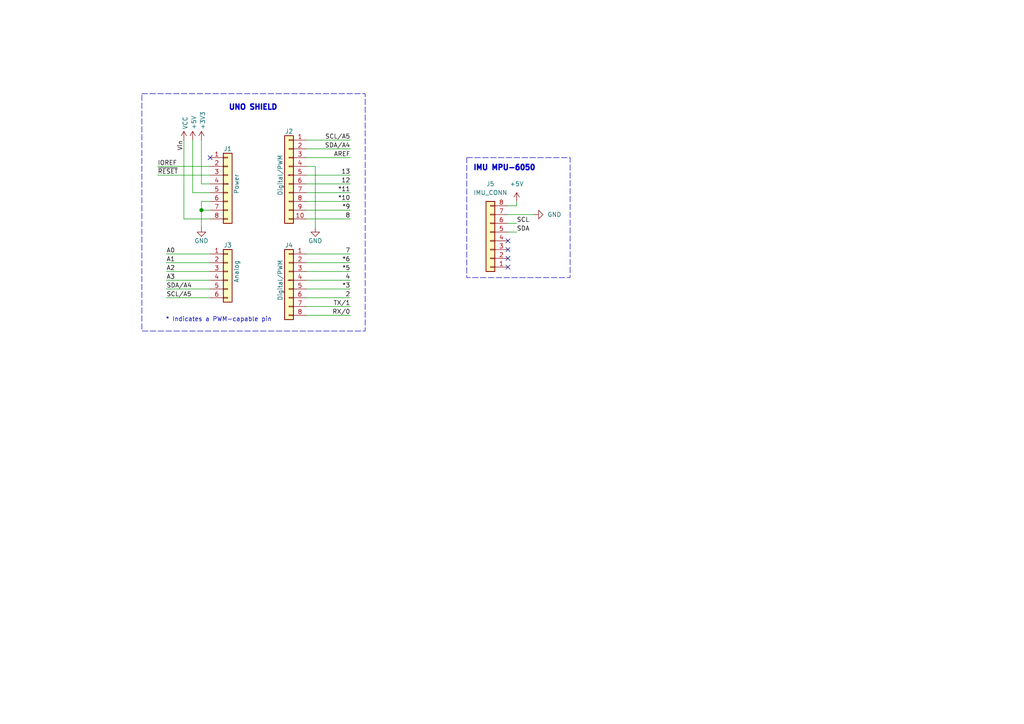
<source format=kicad_sch>
(kicad_sch
	(version 20250114)
	(generator "eeschema")
	(generator_version "9.0")
	(uuid "e63e39d7-6ac0-4ffd-8aa3-1841a4541b55")
	(paper "A4")
	(title_block
		(title "Uno Shield DSP")
		(date "2026-01-26")
		(rev "Version 1.0")
		(company "Goncalo Martins")
	)
	(lib_symbols
		(symbol "Connector_Generic:Conn_01x06"
			(pin_names
				(offset 1.016)
				(hide yes)
			)
			(exclude_from_sim no)
			(in_bom yes)
			(on_board yes)
			(property "Reference" "J"
				(at 0 7.62 0)
				(effects
					(font
						(size 1.27 1.27)
					)
				)
			)
			(property "Value" "Conn_01x06"
				(at 0 -10.16 0)
				(effects
					(font
						(size 1.27 1.27)
					)
				)
			)
			(property "Footprint" ""
				(at 0 0 0)
				(effects
					(font
						(size 1.27 1.27)
					)
					(hide yes)
				)
			)
			(property "Datasheet" "~"
				(at 0 0 0)
				(effects
					(font
						(size 1.27 1.27)
					)
					(hide yes)
				)
			)
			(property "Description" "Generic connector, single row, 01x06, script generated (kicad-library-utils/schlib/autogen/connector/)"
				(at 0 0 0)
				(effects
					(font
						(size 1.27 1.27)
					)
					(hide yes)
				)
			)
			(property "ki_keywords" "connector"
				(at 0 0 0)
				(effects
					(font
						(size 1.27 1.27)
					)
					(hide yes)
				)
			)
			(property "ki_fp_filters" "Connector*:*_1x??_*"
				(at 0 0 0)
				(effects
					(font
						(size 1.27 1.27)
					)
					(hide yes)
				)
			)
			(symbol "Conn_01x06_1_1"
				(rectangle
					(start -1.27 6.35)
					(end 1.27 -8.89)
					(stroke
						(width 0.254)
						(type default)
					)
					(fill
						(type background)
					)
				)
				(rectangle
					(start -1.27 5.207)
					(end 0 4.953)
					(stroke
						(width 0.1524)
						(type default)
					)
					(fill
						(type none)
					)
				)
				(rectangle
					(start -1.27 2.667)
					(end 0 2.413)
					(stroke
						(width 0.1524)
						(type default)
					)
					(fill
						(type none)
					)
				)
				(rectangle
					(start -1.27 0.127)
					(end 0 -0.127)
					(stroke
						(width 0.1524)
						(type default)
					)
					(fill
						(type none)
					)
				)
				(rectangle
					(start -1.27 -2.413)
					(end 0 -2.667)
					(stroke
						(width 0.1524)
						(type default)
					)
					(fill
						(type none)
					)
				)
				(rectangle
					(start -1.27 -4.953)
					(end 0 -5.207)
					(stroke
						(width 0.1524)
						(type default)
					)
					(fill
						(type none)
					)
				)
				(rectangle
					(start -1.27 -7.493)
					(end 0 -7.747)
					(stroke
						(width 0.1524)
						(type default)
					)
					(fill
						(type none)
					)
				)
				(pin passive line
					(at -5.08 5.08 0)
					(length 3.81)
					(name "Pin_1"
						(effects
							(font
								(size 1.27 1.27)
							)
						)
					)
					(number "1"
						(effects
							(font
								(size 1.27 1.27)
							)
						)
					)
				)
				(pin passive line
					(at -5.08 2.54 0)
					(length 3.81)
					(name "Pin_2"
						(effects
							(font
								(size 1.27 1.27)
							)
						)
					)
					(number "2"
						(effects
							(font
								(size 1.27 1.27)
							)
						)
					)
				)
				(pin passive line
					(at -5.08 0 0)
					(length 3.81)
					(name "Pin_3"
						(effects
							(font
								(size 1.27 1.27)
							)
						)
					)
					(number "3"
						(effects
							(font
								(size 1.27 1.27)
							)
						)
					)
				)
				(pin passive line
					(at -5.08 -2.54 0)
					(length 3.81)
					(name "Pin_4"
						(effects
							(font
								(size 1.27 1.27)
							)
						)
					)
					(number "4"
						(effects
							(font
								(size 1.27 1.27)
							)
						)
					)
				)
				(pin passive line
					(at -5.08 -5.08 0)
					(length 3.81)
					(name "Pin_5"
						(effects
							(font
								(size 1.27 1.27)
							)
						)
					)
					(number "5"
						(effects
							(font
								(size 1.27 1.27)
							)
						)
					)
				)
				(pin passive line
					(at -5.08 -7.62 0)
					(length 3.81)
					(name "Pin_6"
						(effects
							(font
								(size 1.27 1.27)
							)
						)
					)
					(number "6"
						(effects
							(font
								(size 1.27 1.27)
							)
						)
					)
				)
			)
			(embedded_fonts no)
		)
		(symbol "Connector_Generic:Conn_01x08"
			(pin_names
				(offset 1.016)
				(hide yes)
			)
			(exclude_from_sim no)
			(in_bom yes)
			(on_board yes)
			(property "Reference" "J"
				(at 0 10.16 0)
				(effects
					(font
						(size 1.27 1.27)
					)
				)
			)
			(property "Value" "Conn_01x08"
				(at 0 -12.7 0)
				(effects
					(font
						(size 1.27 1.27)
					)
				)
			)
			(property "Footprint" ""
				(at 0 0 0)
				(effects
					(font
						(size 1.27 1.27)
					)
					(hide yes)
				)
			)
			(property "Datasheet" "~"
				(at 0 0 0)
				(effects
					(font
						(size 1.27 1.27)
					)
					(hide yes)
				)
			)
			(property "Description" "Generic connector, single row, 01x08, script generated (kicad-library-utils/schlib/autogen/connector/)"
				(at 0 0 0)
				(effects
					(font
						(size 1.27 1.27)
					)
					(hide yes)
				)
			)
			(property "ki_keywords" "connector"
				(at 0 0 0)
				(effects
					(font
						(size 1.27 1.27)
					)
					(hide yes)
				)
			)
			(property "ki_fp_filters" "Connector*:*_1x??_*"
				(at 0 0 0)
				(effects
					(font
						(size 1.27 1.27)
					)
					(hide yes)
				)
			)
			(symbol "Conn_01x08_1_1"
				(rectangle
					(start -1.27 8.89)
					(end 1.27 -11.43)
					(stroke
						(width 0.254)
						(type default)
					)
					(fill
						(type background)
					)
				)
				(rectangle
					(start -1.27 7.747)
					(end 0 7.493)
					(stroke
						(width 0.1524)
						(type default)
					)
					(fill
						(type none)
					)
				)
				(rectangle
					(start -1.27 5.207)
					(end 0 4.953)
					(stroke
						(width 0.1524)
						(type default)
					)
					(fill
						(type none)
					)
				)
				(rectangle
					(start -1.27 2.667)
					(end 0 2.413)
					(stroke
						(width 0.1524)
						(type default)
					)
					(fill
						(type none)
					)
				)
				(rectangle
					(start -1.27 0.127)
					(end 0 -0.127)
					(stroke
						(width 0.1524)
						(type default)
					)
					(fill
						(type none)
					)
				)
				(rectangle
					(start -1.27 -2.413)
					(end 0 -2.667)
					(stroke
						(width 0.1524)
						(type default)
					)
					(fill
						(type none)
					)
				)
				(rectangle
					(start -1.27 -4.953)
					(end 0 -5.207)
					(stroke
						(width 0.1524)
						(type default)
					)
					(fill
						(type none)
					)
				)
				(rectangle
					(start -1.27 -7.493)
					(end 0 -7.747)
					(stroke
						(width 0.1524)
						(type default)
					)
					(fill
						(type none)
					)
				)
				(rectangle
					(start -1.27 -10.033)
					(end 0 -10.287)
					(stroke
						(width 0.1524)
						(type default)
					)
					(fill
						(type none)
					)
				)
				(pin passive line
					(at -5.08 7.62 0)
					(length 3.81)
					(name "Pin_1"
						(effects
							(font
								(size 1.27 1.27)
							)
						)
					)
					(number "1"
						(effects
							(font
								(size 1.27 1.27)
							)
						)
					)
				)
				(pin passive line
					(at -5.08 5.08 0)
					(length 3.81)
					(name "Pin_2"
						(effects
							(font
								(size 1.27 1.27)
							)
						)
					)
					(number "2"
						(effects
							(font
								(size 1.27 1.27)
							)
						)
					)
				)
				(pin passive line
					(at -5.08 2.54 0)
					(length 3.81)
					(name "Pin_3"
						(effects
							(font
								(size 1.27 1.27)
							)
						)
					)
					(number "3"
						(effects
							(font
								(size 1.27 1.27)
							)
						)
					)
				)
				(pin passive line
					(at -5.08 0 0)
					(length 3.81)
					(name "Pin_4"
						(effects
							(font
								(size 1.27 1.27)
							)
						)
					)
					(number "4"
						(effects
							(font
								(size 1.27 1.27)
							)
						)
					)
				)
				(pin passive line
					(at -5.08 -2.54 0)
					(length 3.81)
					(name "Pin_5"
						(effects
							(font
								(size 1.27 1.27)
							)
						)
					)
					(number "5"
						(effects
							(font
								(size 1.27 1.27)
							)
						)
					)
				)
				(pin passive line
					(at -5.08 -5.08 0)
					(length 3.81)
					(name "Pin_6"
						(effects
							(font
								(size 1.27 1.27)
							)
						)
					)
					(number "6"
						(effects
							(font
								(size 1.27 1.27)
							)
						)
					)
				)
				(pin passive line
					(at -5.08 -7.62 0)
					(length 3.81)
					(name "Pin_7"
						(effects
							(font
								(size 1.27 1.27)
							)
						)
					)
					(number "7"
						(effects
							(font
								(size 1.27 1.27)
							)
						)
					)
				)
				(pin passive line
					(at -5.08 -10.16 0)
					(length 3.81)
					(name "Pin_8"
						(effects
							(font
								(size 1.27 1.27)
							)
						)
					)
					(number "8"
						(effects
							(font
								(size 1.27 1.27)
							)
						)
					)
				)
			)
			(embedded_fonts no)
		)
		(symbol "Connector_Generic:Conn_01x10"
			(pin_names
				(offset 1.016)
				(hide yes)
			)
			(exclude_from_sim no)
			(in_bom yes)
			(on_board yes)
			(property "Reference" "J"
				(at 0 12.7 0)
				(effects
					(font
						(size 1.27 1.27)
					)
				)
			)
			(property "Value" "Conn_01x10"
				(at 0 -15.24 0)
				(effects
					(font
						(size 1.27 1.27)
					)
				)
			)
			(property "Footprint" ""
				(at 0 0 0)
				(effects
					(font
						(size 1.27 1.27)
					)
					(hide yes)
				)
			)
			(property "Datasheet" "~"
				(at 0 0 0)
				(effects
					(font
						(size 1.27 1.27)
					)
					(hide yes)
				)
			)
			(property "Description" "Generic connector, single row, 01x10, script generated (kicad-library-utils/schlib/autogen/connector/)"
				(at 0 0 0)
				(effects
					(font
						(size 1.27 1.27)
					)
					(hide yes)
				)
			)
			(property "ki_keywords" "connector"
				(at 0 0 0)
				(effects
					(font
						(size 1.27 1.27)
					)
					(hide yes)
				)
			)
			(property "ki_fp_filters" "Connector*:*_1x??_*"
				(at 0 0 0)
				(effects
					(font
						(size 1.27 1.27)
					)
					(hide yes)
				)
			)
			(symbol "Conn_01x10_1_1"
				(rectangle
					(start -1.27 11.43)
					(end 1.27 -13.97)
					(stroke
						(width 0.254)
						(type default)
					)
					(fill
						(type background)
					)
				)
				(rectangle
					(start -1.27 10.287)
					(end 0 10.033)
					(stroke
						(width 0.1524)
						(type default)
					)
					(fill
						(type none)
					)
				)
				(rectangle
					(start -1.27 7.747)
					(end 0 7.493)
					(stroke
						(width 0.1524)
						(type default)
					)
					(fill
						(type none)
					)
				)
				(rectangle
					(start -1.27 5.207)
					(end 0 4.953)
					(stroke
						(width 0.1524)
						(type default)
					)
					(fill
						(type none)
					)
				)
				(rectangle
					(start -1.27 2.667)
					(end 0 2.413)
					(stroke
						(width 0.1524)
						(type default)
					)
					(fill
						(type none)
					)
				)
				(rectangle
					(start -1.27 0.127)
					(end 0 -0.127)
					(stroke
						(width 0.1524)
						(type default)
					)
					(fill
						(type none)
					)
				)
				(rectangle
					(start -1.27 -2.413)
					(end 0 -2.667)
					(stroke
						(width 0.1524)
						(type default)
					)
					(fill
						(type none)
					)
				)
				(rectangle
					(start -1.27 -4.953)
					(end 0 -5.207)
					(stroke
						(width 0.1524)
						(type default)
					)
					(fill
						(type none)
					)
				)
				(rectangle
					(start -1.27 -7.493)
					(end 0 -7.747)
					(stroke
						(width 0.1524)
						(type default)
					)
					(fill
						(type none)
					)
				)
				(rectangle
					(start -1.27 -10.033)
					(end 0 -10.287)
					(stroke
						(width 0.1524)
						(type default)
					)
					(fill
						(type none)
					)
				)
				(rectangle
					(start -1.27 -12.573)
					(end 0 -12.827)
					(stroke
						(width 0.1524)
						(type default)
					)
					(fill
						(type none)
					)
				)
				(pin passive line
					(at -5.08 10.16 0)
					(length 3.81)
					(name "Pin_1"
						(effects
							(font
								(size 1.27 1.27)
							)
						)
					)
					(number "1"
						(effects
							(font
								(size 1.27 1.27)
							)
						)
					)
				)
				(pin passive line
					(at -5.08 7.62 0)
					(length 3.81)
					(name "Pin_2"
						(effects
							(font
								(size 1.27 1.27)
							)
						)
					)
					(number "2"
						(effects
							(font
								(size 1.27 1.27)
							)
						)
					)
				)
				(pin passive line
					(at -5.08 5.08 0)
					(length 3.81)
					(name "Pin_3"
						(effects
							(font
								(size 1.27 1.27)
							)
						)
					)
					(number "3"
						(effects
							(font
								(size 1.27 1.27)
							)
						)
					)
				)
				(pin passive line
					(at -5.08 2.54 0)
					(length 3.81)
					(name "Pin_4"
						(effects
							(font
								(size 1.27 1.27)
							)
						)
					)
					(number "4"
						(effects
							(font
								(size 1.27 1.27)
							)
						)
					)
				)
				(pin passive line
					(at -5.08 0 0)
					(length 3.81)
					(name "Pin_5"
						(effects
							(font
								(size 1.27 1.27)
							)
						)
					)
					(number "5"
						(effects
							(font
								(size 1.27 1.27)
							)
						)
					)
				)
				(pin passive line
					(at -5.08 -2.54 0)
					(length 3.81)
					(name "Pin_6"
						(effects
							(font
								(size 1.27 1.27)
							)
						)
					)
					(number "6"
						(effects
							(font
								(size 1.27 1.27)
							)
						)
					)
				)
				(pin passive line
					(at -5.08 -5.08 0)
					(length 3.81)
					(name "Pin_7"
						(effects
							(font
								(size 1.27 1.27)
							)
						)
					)
					(number "7"
						(effects
							(font
								(size 1.27 1.27)
							)
						)
					)
				)
				(pin passive line
					(at -5.08 -7.62 0)
					(length 3.81)
					(name "Pin_8"
						(effects
							(font
								(size 1.27 1.27)
							)
						)
					)
					(number "8"
						(effects
							(font
								(size 1.27 1.27)
							)
						)
					)
				)
				(pin passive line
					(at -5.08 -10.16 0)
					(length 3.81)
					(name "Pin_9"
						(effects
							(font
								(size 1.27 1.27)
							)
						)
					)
					(number "9"
						(effects
							(font
								(size 1.27 1.27)
							)
						)
					)
				)
				(pin passive line
					(at -5.08 -12.7 0)
					(length 3.81)
					(name "Pin_10"
						(effects
							(font
								(size 1.27 1.27)
							)
						)
					)
					(number "10"
						(effects
							(font
								(size 1.27 1.27)
							)
						)
					)
				)
			)
			(embedded_fonts no)
		)
		(symbol "power:+3V3"
			(power)
			(pin_numbers
				(hide yes)
			)
			(pin_names
				(offset 0)
				(hide yes)
			)
			(exclude_from_sim no)
			(in_bom yes)
			(on_board yes)
			(property "Reference" "#PWR"
				(at 0 -3.81 0)
				(effects
					(font
						(size 1.27 1.27)
					)
					(hide yes)
				)
			)
			(property "Value" "+3V3"
				(at 0 3.556 0)
				(effects
					(font
						(size 1.27 1.27)
					)
				)
			)
			(property "Footprint" ""
				(at 0 0 0)
				(effects
					(font
						(size 1.27 1.27)
					)
					(hide yes)
				)
			)
			(property "Datasheet" ""
				(at 0 0 0)
				(effects
					(font
						(size 1.27 1.27)
					)
					(hide yes)
				)
			)
			(property "Description" "Power symbol creates a global label with name \"+3V3\""
				(at 0 0 0)
				(effects
					(font
						(size 1.27 1.27)
					)
					(hide yes)
				)
			)
			(property "ki_keywords" "global power"
				(at 0 0 0)
				(effects
					(font
						(size 1.27 1.27)
					)
					(hide yes)
				)
			)
			(symbol "+3V3_0_1"
				(polyline
					(pts
						(xy -0.762 1.27) (xy 0 2.54)
					)
					(stroke
						(width 0)
						(type default)
					)
					(fill
						(type none)
					)
				)
				(polyline
					(pts
						(xy 0 2.54) (xy 0.762 1.27)
					)
					(stroke
						(width 0)
						(type default)
					)
					(fill
						(type none)
					)
				)
				(polyline
					(pts
						(xy 0 0) (xy 0 2.54)
					)
					(stroke
						(width 0)
						(type default)
					)
					(fill
						(type none)
					)
				)
			)
			(symbol "+3V3_1_1"
				(pin power_in line
					(at 0 0 90)
					(length 0)
					(name "~"
						(effects
							(font
								(size 1.27 1.27)
							)
						)
					)
					(number "1"
						(effects
							(font
								(size 1.27 1.27)
							)
						)
					)
				)
			)
			(embedded_fonts no)
		)
		(symbol "power:+5V"
			(power)
			(pin_numbers
				(hide yes)
			)
			(pin_names
				(offset 0)
				(hide yes)
			)
			(exclude_from_sim no)
			(in_bom yes)
			(on_board yes)
			(property "Reference" "#PWR"
				(at 0 -3.81 0)
				(effects
					(font
						(size 1.27 1.27)
					)
					(hide yes)
				)
			)
			(property "Value" "+5V"
				(at 0 3.556 0)
				(effects
					(font
						(size 1.27 1.27)
					)
				)
			)
			(property "Footprint" ""
				(at 0 0 0)
				(effects
					(font
						(size 1.27 1.27)
					)
					(hide yes)
				)
			)
			(property "Datasheet" ""
				(at 0 0 0)
				(effects
					(font
						(size 1.27 1.27)
					)
					(hide yes)
				)
			)
			(property "Description" "Power symbol creates a global label with name \"+5V\""
				(at 0 0 0)
				(effects
					(font
						(size 1.27 1.27)
					)
					(hide yes)
				)
			)
			(property "ki_keywords" "global power"
				(at 0 0 0)
				(effects
					(font
						(size 1.27 1.27)
					)
					(hide yes)
				)
			)
			(symbol "+5V_0_1"
				(polyline
					(pts
						(xy -0.762 1.27) (xy 0 2.54)
					)
					(stroke
						(width 0)
						(type default)
					)
					(fill
						(type none)
					)
				)
				(polyline
					(pts
						(xy 0 2.54) (xy 0.762 1.27)
					)
					(stroke
						(width 0)
						(type default)
					)
					(fill
						(type none)
					)
				)
				(polyline
					(pts
						(xy 0 0) (xy 0 2.54)
					)
					(stroke
						(width 0)
						(type default)
					)
					(fill
						(type none)
					)
				)
			)
			(symbol "+5V_1_1"
				(pin power_in line
					(at 0 0 90)
					(length 0)
					(name "~"
						(effects
							(font
								(size 1.27 1.27)
							)
						)
					)
					(number "1"
						(effects
							(font
								(size 1.27 1.27)
							)
						)
					)
				)
			)
			(embedded_fonts no)
		)
		(symbol "power:GND"
			(power)
			(pin_numbers
				(hide yes)
			)
			(pin_names
				(offset 0)
				(hide yes)
			)
			(exclude_from_sim no)
			(in_bom yes)
			(on_board yes)
			(property "Reference" "#PWR"
				(at 0 -6.35 0)
				(effects
					(font
						(size 1.27 1.27)
					)
					(hide yes)
				)
			)
			(property "Value" "GND"
				(at 0 -3.81 0)
				(effects
					(font
						(size 1.27 1.27)
					)
				)
			)
			(property "Footprint" ""
				(at 0 0 0)
				(effects
					(font
						(size 1.27 1.27)
					)
					(hide yes)
				)
			)
			(property "Datasheet" ""
				(at 0 0 0)
				(effects
					(font
						(size 1.27 1.27)
					)
					(hide yes)
				)
			)
			(property "Description" "Power symbol creates a global label with name \"GND\" , ground"
				(at 0 0 0)
				(effects
					(font
						(size 1.27 1.27)
					)
					(hide yes)
				)
			)
			(property "ki_keywords" "global power"
				(at 0 0 0)
				(effects
					(font
						(size 1.27 1.27)
					)
					(hide yes)
				)
			)
			(symbol "GND_0_1"
				(polyline
					(pts
						(xy 0 0) (xy 0 -1.27) (xy 1.27 -1.27) (xy 0 -2.54) (xy -1.27 -1.27) (xy 0 -1.27)
					)
					(stroke
						(width 0)
						(type default)
					)
					(fill
						(type none)
					)
				)
			)
			(symbol "GND_1_1"
				(pin power_in line
					(at 0 0 270)
					(length 0)
					(name "~"
						(effects
							(font
								(size 1.27 1.27)
							)
						)
					)
					(number "1"
						(effects
							(font
								(size 1.27 1.27)
							)
						)
					)
				)
			)
			(embedded_fonts no)
		)
		(symbol "power:VCC"
			(power)
			(pin_numbers
				(hide yes)
			)
			(pin_names
				(offset 0)
				(hide yes)
			)
			(exclude_from_sim no)
			(in_bom yes)
			(on_board yes)
			(property "Reference" "#PWR"
				(at 0 -3.81 0)
				(effects
					(font
						(size 1.27 1.27)
					)
					(hide yes)
				)
			)
			(property "Value" "VCC"
				(at 0 3.556 0)
				(effects
					(font
						(size 1.27 1.27)
					)
				)
			)
			(property "Footprint" ""
				(at 0 0 0)
				(effects
					(font
						(size 1.27 1.27)
					)
					(hide yes)
				)
			)
			(property "Datasheet" ""
				(at 0 0 0)
				(effects
					(font
						(size 1.27 1.27)
					)
					(hide yes)
				)
			)
			(property "Description" "Power symbol creates a global label with name \"VCC\""
				(at 0 0 0)
				(effects
					(font
						(size 1.27 1.27)
					)
					(hide yes)
				)
			)
			(property "ki_keywords" "global power"
				(at 0 0 0)
				(effects
					(font
						(size 1.27 1.27)
					)
					(hide yes)
				)
			)
			(symbol "VCC_0_1"
				(polyline
					(pts
						(xy -0.762 1.27) (xy 0 2.54)
					)
					(stroke
						(width 0)
						(type default)
					)
					(fill
						(type none)
					)
				)
				(polyline
					(pts
						(xy 0 2.54) (xy 0.762 1.27)
					)
					(stroke
						(width 0)
						(type default)
					)
					(fill
						(type none)
					)
				)
				(polyline
					(pts
						(xy 0 0) (xy 0 2.54)
					)
					(stroke
						(width 0)
						(type default)
					)
					(fill
						(type none)
					)
				)
			)
			(symbol "VCC_1_1"
				(pin power_in line
					(at 0 0 90)
					(length 0)
					(name "~"
						(effects
							(font
								(size 1.27 1.27)
							)
						)
					)
					(number "1"
						(effects
							(font
								(size 1.27 1.27)
							)
						)
					)
				)
			)
			(embedded_fonts no)
		)
	)
	(rectangle
		(start 41.148 27.178)
		(end 105.918 96.012)
		(stroke
			(width 0)
			(type dash)
		)
		(fill
			(type none)
		)
		(uuid 5d7a698b-7fd8-4a7c-901c-68dc5b8cb67e)
	)
	(rectangle
		(start 135.382 45.72)
		(end 165.354 80.518)
		(stroke
			(width 0)
			(type dash)
		)
		(fill
			(type none)
		)
		(uuid 8ac7185d-4bf4-4031-8626-3b3e6d3b8c74)
	)
	(text "IMU MPU-6050"
		(exclude_from_sim no)
		(at 146.304 48.768 0)
		(effects
			(font
				(size 1.524 1.524)
				(thickness 0.4064)
				(bold yes)
			)
		)
		(uuid "355a325c-83f1-4090-b555-96e2abbd63da")
	)
	(text "* Indicates a PWM-capable pin"
		(exclude_from_sim no)
		(at 48.006 93.472 0)
		(effects
			(font
				(size 1.27 1.27)
			)
			(justify left bottom)
		)
		(uuid "c364973a-9a67-4667-8185-a3a5c6c6cbdf")
	)
	(text "UNO SHIELD"
		(exclude_from_sim no)
		(at 73.406 31.242 0)
		(effects
			(font
				(size 1.524 1.524)
				(thickness 0.4064)
				(bold yes)
			)
		)
		(uuid "fa52b0f8-da1a-413f-94b0-f3999ae9d8ec")
	)
	(junction
		(at 58.42 60.96)
		(diameter 1.016)
		(color 0 0 0 0)
		(uuid "3dcc657b-55a1-48e0-9667-e01e7b6b08b5")
	)
	(no_connect
		(at 147.32 69.85)
		(uuid "2ad7e4ee-d60a-4008-a2dc-2bd584271758")
	)
	(no_connect
		(at 147.32 72.39)
		(uuid "9290c5cb-9cee-42e8-bf09-ba0617ad59d6")
	)
	(no_connect
		(at 147.32 77.47)
		(uuid "9462f54d-7297-4a90-a699-53b2f82d010e")
	)
	(no_connect
		(at 147.32 74.93)
		(uuid "cfa3de58-6186-4b81-8847-783c1eff3654")
	)
	(no_connect
		(at 60.96 45.72)
		(uuid "d181157c-7812-47e5-a0cf-9580c905fc86")
	)
	(wire
		(pts
			(xy 88.9 91.44) (xy 101.6 91.44)
		)
		(stroke
			(width 0)
			(type solid)
		)
		(uuid "010ba307-2067-49d3-b0fa-6414143f3fc2")
	)
	(wire
		(pts
			(xy 149.86 59.69) (xy 147.32 59.69)
		)
		(stroke
			(width 0)
			(type default)
		)
		(uuid "02e23138-1da4-475c-9d51-72a8f9989bf3")
	)
	(wire
		(pts
			(xy 88.9 58.42) (xy 101.6 58.42)
		)
		(stroke
			(width 0)
			(type solid)
		)
		(uuid "09480ba4-37da-45e3-b9fe-6beebf876349")
	)
	(wire
		(pts
			(xy 88.9 40.64) (xy 101.6 40.64)
		)
		(stroke
			(width 0)
			(type solid)
		)
		(uuid "0f5d2189-4ead-42fa-8f7a-cfa3af4de132")
	)
	(wire
		(pts
			(xy 58.42 58.42) (xy 58.42 60.96)
		)
		(stroke
			(width 0)
			(type solid)
		)
		(uuid "1c31b835-925f-4a5c-92df-8f2558bb711b")
	)
	(wire
		(pts
			(xy 48.26 86.36) (xy 60.96 86.36)
		)
		(stroke
			(width 0)
			(type solid)
		)
		(uuid "20854542-d0b0-4be7-af02-0e5fceb34e01")
	)
	(wire
		(pts
			(xy 149.86 58.42) (xy 149.86 59.69)
		)
		(stroke
			(width 0)
			(type default)
		)
		(uuid "2d236ca3-540b-4e14-9a20-03a2c68db0c4")
	)
	(wire
		(pts
			(xy 58.42 60.96) (xy 58.42 66.04)
		)
		(stroke
			(width 0)
			(type solid)
		)
		(uuid "2df788b2-ce68-49bc-a497-4b6570a17f30")
	)
	(wire
		(pts
			(xy 58.42 53.34) (xy 60.96 53.34)
		)
		(stroke
			(width 0)
			(type solid)
		)
		(uuid "3334b11d-5a13-40b4-a117-d693c543e4ab")
	)
	(wire
		(pts
			(xy 55.88 55.88) (xy 60.96 55.88)
		)
		(stroke
			(width 0)
			(type solid)
		)
		(uuid "3661f80c-fef8-4441-83be-df8930b3b45e")
	)
	(wire
		(pts
			(xy 55.88 40.64) (xy 55.88 55.88)
		)
		(stroke
			(width 0)
			(type solid)
		)
		(uuid "392bf1f6-bf67-427d-8d4c-0a87cb757556")
	)
	(wire
		(pts
			(xy 88.9 50.8) (xy 101.6 50.8)
		)
		(stroke
			(width 0)
			(type solid)
		)
		(uuid "4227fa6f-c399-4f14-8228-23e39d2b7e7d")
	)
	(wire
		(pts
			(xy 58.42 40.64) (xy 58.42 53.34)
		)
		(stroke
			(width 0)
			(type solid)
		)
		(uuid "442fb4de-4d55-45de-bc27-3e6222ceb890")
	)
	(wire
		(pts
			(xy 88.9 73.66) (xy 101.6 73.66)
		)
		(stroke
			(width 0)
			(type solid)
		)
		(uuid "4455ee2e-5642-42c1-a83b-f7e65fa0c2f1")
	)
	(wire
		(pts
			(xy 60.96 73.66) (xy 48.26 73.66)
		)
		(stroke
			(width 0)
			(type solid)
		)
		(uuid "486ca832-85f4-4989-b0f4-569faf9be534")
	)
	(wire
		(pts
			(xy 88.9 53.34) (xy 101.6 53.34)
		)
		(stroke
			(width 0)
			(type solid)
		)
		(uuid "4a910b57-a5cd-4105-ab4f-bde2a80d4f00")
	)
	(wire
		(pts
			(xy 88.9 76.2) (xy 101.6 76.2)
		)
		(stroke
			(width 0)
			(type solid)
		)
		(uuid "4e60e1af-19bd-45a0-b418-b7030b594dde")
	)
	(wire
		(pts
			(xy 88.9 60.96) (xy 101.6 60.96)
		)
		(stroke
			(width 0)
			(type solid)
		)
		(uuid "63f2b71b-521b-4210-bf06-ed65e330fccc")
	)
	(wire
		(pts
			(xy 88.9 81.28) (xy 101.6 81.28)
		)
		(stroke
			(width 0)
			(type solid)
		)
		(uuid "6bb3ea5f-9e60-4add-9d97-244be2cf61d2")
	)
	(wire
		(pts
			(xy 45.72 48.26) (xy 60.96 48.26)
		)
		(stroke
			(width 0)
			(type solid)
		)
		(uuid "73d4774c-1387-4550-b580-a1cc0ac89b89")
	)
	(wire
		(pts
			(xy 147.32 62.23) (xy 154.94 62.23)
		)
		(stroke
			(width 0)
			(type default)
		)
		(uuid "84786b34-f784-42f3-9187-96d62fb22b7f")
	)
	(wire
		(pts
			(xy 91.44 48.26) (xy 91.44 66.04)
		)
		(stroke
			(width 0)
			(type solid)
		)
		(uuid "84ce350c-b0c1-4e69-9ab2-f7ec7b8bb312")
	)
	(wire
		(pts
			(xy 88.9 45.72) (xy 101.6 45.72)
		)
		(stroke
			(width 0)
			(type solid)
		)
		(uuid "8a3d35a2-f0f6-4dec-a606-7c8e288ca828")
	)
	(wire
		(pts
			(xy 60.96 78.74) (xy 48.26 78.74)
		)
		(stroke
			(width 0)
			(type solid)
		)
		(uuid "9377eb1a-3b12-438c-8ebd-f86ace1e8d25")
	)
	(wire
		(pts
			(xy 45.72 50.8) (xy 60.96 50.8)
		)
		(stroke
			(width 0)
			(type solid)
		)
		(uuid "93e52853-9d1e-4afe-aee8-b825ab9f5d09")
	)
	(wire
		(pts
			(xy 60.96 60.96) (xy 58.42 60.96)
		)
		(stroke
			(width 0)
			(type solid)
		)
		(uuid "97df9ac9-dbb8-472e-b84f-3684d0eb5efc")
	)
	(wire
		(pts
			(xy 60.96 63.5) (xy 53.34 63.5)
		)
		(stroke
			(width 0)
			(type solid)
		)
		(uuid "a7518f9d-05df-4211-ba17-5d615f04ec46")
	)
	(wire
		(pts
			(xy 48.26 76.2) (xy 60.96 76.2)
		)
		(stroke
			(width 0)
			(type solid)
		)
		(uuid "aab97e46-23d6-4cbf-8684-537b94306d68")
	)
	(wire
		(pts
			(xy 88.9 48.26) (xy 91.44 48.26)
		)
		(stroke
			(width 0)
			(type solid)
		)
		(uuid "bcbc7302-8a54-4b9b-98b9-f277f1b20941")
	)
	(wire
		(pts
			(xy 60.96 58.42) (xy 58.42 58.42)
		)
		(stroke
			(width 0)
			(type solid)
		)
		(uuid "c12796ad-cf20-466f-9ab3-9cf441392c32")
	)
	(wire
		(pts
			(xy 88.9 55.88) (xy 101.6 55.88)
		)
		(stroke
			(width 0)
			(type solid)
		)
		(uuid "c722a1ff-12f1-49e5-88a4-44ffeb509ca2")
	)
	(wire
		(pts
			(xy 88.9 78.74) (xy 101.6 78.74)
		)
		(stroke
			(width 0)
			(type solid)
		)
		(uuid "cfe99980-2d98-4372-b495-04c53027340b")
	)
	(wire
		(pts
			(xy 48.26 81.28) (xy 60.96 81.28)
		)
		(stroke
			(width 0)
			(type solid)
		)
		(uuid "d3042136-2605-44b2-aebb-5484a9c90933")
	)
	(wire
		(pts
			(xy 88.9 43.18) (xy 101.6 43.18)
		)
		(stroke
			(width 0)
			(type solid)
		)
		(uuid "e7278977-132b-4777-9eb4-7d93363a4379")
	)
	(wire
		(pts
			(xy 88.9 86.36) (xy 101.6 86.36)
		)
		(stroke
			(width 0)
			(type solid)
		)
		(uuid "e9bdd59b-3252-4c44-a357-6fa1af0c210c")
	)
	(wire
		(pts
			(xy 88.9 83.82) (xy 101.6 83.82)
		)
		(stroke
			(width 0)
			(type solid)
		)
		(uuid "ec76dcc9-9949-4dda-bd76-046204829cb4")
	)
	(wire
		(pts
			(xy 147.32 67.31) (xy 149.86 67.31)
		)
		(stroke
			(width 0)
			(type default)
		)
		(uuid "efa5470c-853b-4abd-bb0a-2856aa4f18c4")
	)
	(wire
		(pts
			(xy 147.32 64.77) (xy 149.86 64.77)
		)
		(stroke
			(width 0)
			(type default)
		)
		(uuid "f2285590-e7be-4a70-95e2-5fc289963a63")
	)
	(wire
		(pts
			(xy 88.9 88.9) (xy 101.6 88.9)
		)
		(stroke
			(width 0)
			(type solid)
		)
		(uuid "f853d1d4-c722-44df-98bf-4a6114204628")
	)
	(wire
		(pts
			(xy 53.34 63.5) (xy 53.34 40.64)
		)
		(stroke
			(width 0)
			(type solid)
		)
		(uuid "f8de70cd-e47d-4e80-8f3a-077e9df93aa8")
	)
	(wire
		(pts
			(xy 60.96 83.82) (xy 48.26 83.82)
		)
		(stroke
			(width 0)
			(type solid)
		)
		(uuid "fc39c32d-65b8-4d16-9db5-de89c54a1206")
	)
	(wire
		(pts
			(xy 88.9 63.5) (xy 101.6 63.5)
		)
		(stroke
			(width 0)
			(type solid)
		)
		(uuid "fe837306-92d0-4847-ad21-76c47ae932d1")
	)
	(label "RX{slash}0"
		(at 101.6 91.44 180)
		(effects
			(font
				(size 1.27 1.27)
			)
			(justify right bottom)
		)
		(uuid "01ea9310-cf66-436b-9b89-1a2f4237b59e")
	)
	(label "A2"
		(at 48.26 78.74 0)
		(effects
			(font
				(size 1.27 1.27)
			)
			(justify left bottom)
		)
		(uuid "09251fd4-af37-4d86-8951-1faaac710ffa")
	)
	(label "4"
		(at 101.6 81.28 180)
		(effects
			(font
				(size 1.27 1.27)
			)
			(justify right bottom)
		)
		(uuid "0d8cfe6d-11bf-42b9-9752-f9a5a76bce7e")
	)
	(label "SDA"
		(at 149.86 67.31 0)
		(effects
			(font
				(size 1.27 1.27)
			)
			(justify left bottom)
		)
		(uuid "0e1792e1-cf3d-4353-bf6f-525b2435e879")
	)
	(label "2"
		(at 101.6 86.36 180)
		(effects
			(font
				(size 1.27 1.27)
			)
			(justify right bottom)
		)
		(uuid "23f0c933-49f0-4410-a8db-8b017f48dadc")
	)
	(label "SCL"
		(at 149.86 64.77 0)
		(effects
			(font
				(size 1.27 1.27)
			)
			(justify left bottom)
		)
		(uuid "27ab5693-bd08-4bea-9837-18bb9a383bfb")
	)
	(label "A3"
		(at 48.26 81.28 0)
		(effects
			(font
				(size 1.27 1.27)
			)
			(justify left bottom)
		)
		(uuid "2c60ab74-0590-423b-8921-6f3212a358d2")
	)
	(label "13"
		(at 101.6 50.8 180)
		(effects
			(font
				(size 1.27 1.27)
			)
			(justify right bottom)
		)
		(uuid "35bc5b35-b7b2-44d5-bbed-557f428649b2")
	)
	(label "12"
		(at 101.6 53.34 180)
		(effects
			(font
				(size 1.27 1.27)
			)
			(justify right bottom)
		)
		(uuid "3ffaa3b1-1d78-4c7b-bdf9-f1a8019c92fd")
	)
	(label "~{RESET}"
		(at 45.72 50.8 0)
		(effects
			(font
				(size 1.27 1.27)
			)
			(justify left bottom)
		)
		(uuid "49585dba-cfa7-4813-841e-9d900d43ecf4")
	)
	(label "*10"
		(at 101.6 58.42 180)
		(effects
			(font
				(size 1.27 1.27)
			)
			(justify right bottom)
		)
		(uuid "54be04e4-fffa-4f7f-8a5f-d0de81314e8f")
	)
	(label "7"
		(at 101.6 73.66 180)
		(effects
			(font
				(size 1.27 1.27)
			)
			(justify right bottom)
		)
		(uuid "873d2c88-519e-482f-a3ed-2484e5f9417e")
	)
	(label "SDA{slash}A4"
		(at 101.6 43.18 180)
		(effects
			(font
				(size 1.27 1.27)
			)
			(justify right bottom)
		)
		(uuid "8885a9dc-224d-44c5-8601-05c1d9983e09")
	)
	(label "8"
		(at 101.6 63.5 180)
		(effects
			(font
				(size 1.27 1.27)
			)
			(justify right bottom)
		)
		(uuid "89b0e564-e7aa-4224-80c9-3f0614fede8f")
	)
	(label "*11"
		(at 101.6 55.88 180)
		(effects
			(font
				(size 1.27 1.27)
			)
			(justify right bottom)
		)
		(uuid "9ad5a781-2469-4c8f-8abf-a1c3586f7cb7")
	)
	(label "*3"
		(at 101.6 83.82 180)
		(effects
			(font
				(size 1.27 1.27)
			)
			(justify right bottom)
		)
		(uuid "9cccf5f9-68a4-4e61-b418-6185dd6a5f9a")
	)
	(label "A1"
		(at 48.26 76.2 0)
		(effects
			(font
				(size 1.27 1.27)
			)
			(justify left bottom)
		)
		(uuid "acc9991b-1bdd-4544-9a08-4037937485cb")
	)
	(label "TX{slash}1"
		(at 101.6 88.9 180)
		(effects
			(font
				(size 1.27 1.27)
			)
			(justify right bottom)
		)
		(uuid "ae2c9582-b445-44bd-b371-7fc74f6cf852")
	)
	(label "A0"
		(at 48.26 73.66 0)
		(effects
			(font
				(size 1.27 1.27)
			)
			(justify left bottom)
		)
		(uuid "ba02dc27-26a3-4648-b0aa-06b6dcaf001f")
	)
	(label "AREF"
		(at 101.6 45.72 180)
		(effects
			(font
				(size 1.27 1.27)
			)
			(justify right bottom)
		)
		(uuid "bbf52cf8-6d97-4499-a9ee-3657cebcdabf")
	)
	(label "Vin"
		(at 53.34 40.64 270)
		(effects
			(font
				(size 1.27 1.27)
			)
			(justify right bottom)
		)
		(uuid "c348793d-eec0-4f33-9b91-2cae8b4224a4")
	)
	(label "*6"
		(at 101.6 76.2 180)
		(effects
			(font
				(size 1.27 1.27)
			)
			(justify right bottom)
		)
		(uuid "c775d4e8-c37b-4e73-90c1-1c8d36333aac")
	)
	(label "SCL{slash}A5"
		(at 101.6 40.64 180)
		(effects
			(font
				(size 1.27 1.27)
			)
			(justify right bottom)
		)
		(uuid "cba886fc-172a-42fe-8e4c-daace6eaef8e")
	)
	(label "*9"
		(at 101.6 60.96 180)
		(effects
			(font
				(size 1.27 1.27)
			)
			(justify right bottom)
		)
		(uuid "ccb58899-a82d-403c-b30b-ee351d622e9c")
	)
	(label "*5"
		(at 101.6 78.74 180)
		(effects
			(font
				(size 1.27 1.27)
			)
			(justify right bottom)
		)
		(uuid "d9a65242-9c26-45cd-9a55-3e69f0d77784")
	)
	(label "IOREF"
		(at 45.72 48.26 0)
		(effects
			(font
				(size 1.27 1.27)
			)
			(justify left bottom)
		)
		(uuid "de819ae4-b245-474b-a426-865ba877b8a2")
	)
	(label "SDA{slash}A4"
		(at 48.26 83.82 0)
		(effects
			(font
				(size 1.27 1.27)
			)
			(justify left bottom)
		)
		(uuid "e7ce99b8-ca22-4c56-9e55-39d32c709f3c")
	)
	(label "SCL{slash}A5"
		(at 48.26 86.36 0)
		(effects
			(font
				(size 1.27 1.27)
			)
			(justify left bottom)
		)
		(uuid "ea5aa60b-a25e-41a1-9e06-c7b6f957567f")
	)
	(symbol
		(lib_id "Connector_Generic:Conn_01x08")
		(at 66.04 53.34 0)
		(unit 1)
		(exclude_from_sim no)
		(in_bom yes)
		(on_board yes)
		(dnp no)
		(uuid "00000000-0000-0000-0000-000056d71773")
		(property "Reference" "J1"
			(at 66.04 43.18 0)
			(effects
				(font
					(size 1.27 1.27)
				)
			)
		)
		(property "Value" "Power"
			(at 68.58 53.34 90)
			(effects
				(font
					(size 1.27 1.27)
				)
			)
		)
		(property "Footprint" "Connector_PinSocket_2.54mm:PinSocket_1x08_P2.54mm_Vertical"
			(at 66.04 53.34 0)
			(effects
				(font
					(size 1.27 1.27)
				)
				(hide yes)
			)
		)
		(property "Datasheet" "~"
			(at 66.04 53.34 0)
			(effects
				(font
					(size 1.27 1.27)
				)
			)
		)
		(property "Description" "Generic connector, single row, 01x08, script generated (kicad-library-utils/schlib/autogen/connector/)"
			(at 66.04 53.34 0)
			(effects
				(font
					(size 1.27 1.27)
				)
				(hide yes)
			)
		)
		(pin "1"
			(uuid "d4c02b7e-3be7-4193-a989-fb40130f3319")
		)
		(pin "2"
			(uuid "1d9f20f8-8d42-4e3d-aece-4c12cc80d0d3")
		)
		(pin "3"
			(uuid "4801b550-c773-45a3-9bc6-15a3e9341f08")
		)
		(pin "4"
			(uuid "fbe5a73e-5be6-45ba-85f2-2891508cd936")
		)
		(pin "5"
			(uuid "8f0d2977-6611-4bfc-9a74-1791861e9159")
		)
		(pin "6"
			(uuid "270f30a7-c159-467b-ab5f-aee66a24a8c7")
		)
		(pin "7"
			(uuid "760eb2a5-8bbd-4298-88f0-2b1528e020ff")
		)
		(pin "8"
			(uuid "6a44a55c-6ae0-4d79-b4a1-52d3e48a7065")
		)
		(instances
			(project "Arduino_Uno"
				(path "/e63e39d7-6ac0-4ffd-8aa3-1841a4541b55"
					(reference "J1")
					(unit 1)
				)
			)
		)
	)
	(symbol
		(lib_id "power:+3V3")
		(at 58.42 40.64 0)
		(unit 1)
		(exclude_from_sim no)
		(in_bom yes)
		(on_board yes)
		(dnp no)
		(uuid "00000000-0000-0000-0000-000056d71aa9")
		(property "Reference" "#PWR03"
			(at 58.42 44.45 0)
			(effects
				(font
					(size 1.27 1.27)
				)
				(hide yes)
			)
		)
		(property "Value" "+3V3"
			(at 58.801 37.592 90)
			(effects
				(font
					(size 1.27 1.27)
				)
				(justify left)
			)
		)
		(property "Footprint" ""
			(at 58.42 40.64 0)
			(effects
				(font
					(size 1.27 1.27)
				)
			)
		)
		(property "Datasheet" ""
			(at 58.42 40.64 0)
			(effects
				(font
					(size 1.27 1.27)
				)
			)
		)
		(property "Description" "Power symbol creates a global label with name \"+3V3\""
			(at 58.42 40.64 0)
			(effects
				(font
					(size 1.27 1.27)
				)
				(hide yes)
			)
		)
		(pin "1"
			(uuid "25f7f7e2-1fc6-41d8-a14b-2d2742e98c50")
		)
		(instances
			(project "Arduino_Uno"
				(path "/e63e39d7-6ac0-4ffd-8aa3-1841a4541b55"
					(reference "#PWR03")
					(unit 1)
				)
			)
		)
	)
	(symbol
		(lib_id "power:+5V")
		(at 55.88 40.64 0)
		(unit 1)
		(exclude_from_sim no)
		(in_bom yes)
		(on_board yes)
		(dnp no)
		(uuid "00000000-0000-0000-0000-000056d71d10")
		(property "Reference" "#PWR02"
			(at 55.88 44.45 0)
			(effects
				(font
					(size 1.27 1.27)
				)
				(hide yes)
			)
		)
		(property "Value" "+5V"
			(at 56.2356 37.592 90)
			(effects
				(font
					(size 1.27 1.27)
				)
				(justify left)
			)
		)
		(property "Footprint" ""
			(at 55.88 40.64 0)
			(effects
				(font
					(size 1.27 1.27)
				)
			)
		)
		(property "Datasheet" ""
			(at 55.88 40.64 0)
			(effects
				(font
					(size 1.27 1.27)
				)
			)
		)
		(property "Description" "Power symbol creates a global label with name \"+5V\""
			(at 55.88 40.64 0)
			(effects
				(font
					(size 1.27 1.27)
				)
				(hide yes)
			)
		)
		(pin "1"
			(uuid "fdd33dcf-399e-4ac6-99f5-9ccff615cf55")
		)
		(instances
			(project "Arduino_Uno"
				(path "/e63e39d7-6ac0-4ffd-8aa3-1841a4541b55"
					(reference "#PWR02")
					(unit 1)
				)
			)
		)
	)
	(symbol
		(lib_id "power:GND")
		(at 58.42 66.04 0)
		(unit 1)
		(exclude_from_sim no)
		(in_bom yes)
		(on_board yes)
		(dnp no)
		(uuid "00000000-0000-0000-0000-000056d721e6")
		(property "Reference" "#PWR04"
			(at 58.42 72.39 0)
			(effects
				(font
					(size 1.27 1.27)
				)
				(hide yes)
			)
		)
		(property "Value" "GND"
			(at 58.42 69.85 0)
			(effects
				(font
					(size 1.27 1.27)
				)
			)
		)
		(property "Footprint" ""
			(at 58.42 66.04 0)
			(effects
				(font
					(size 1.27 1.27)
				)
			)
		)
		(property "Datasheet" ""
			(at 58.42 66.04 0)
			(effects
				(font
					(size 1.27 1.27)
				)
			)
		)
		(property "Description" "Power symbol creates a global label with name \"GND\" , ground"
			(at 58.42 66.04 0)
			(effects
				(font
					(size 1.27 1.27)
				)
				(hide yes)
			)
		)
		(pin "1"
			(uuid "87fd47b6-2ebb-4b03-a4f0-be8b5717bf68")
		)
		(instances
			(project "Arduino_Uno"
				(path "/e63e39d7-6ac0-4ffd-8aa3-1841a4541b55"
					(reference "#PWR04")
					(unit 1)
				)
			)
		)
	)
	(symbol
		(lib_id "Connector_Generic:Conn_01x10")
		(at 83.82 50.8 0)
		(mirror y)
		(unit 1)
		(exclude_from_sim no)
		(in_bom yes)
		(on_board yes)
		(dnp no)
		(uuid "00000000-0000-0000-0000-000056d72368")
		(property "Reference" "J2"
			(at 83.82 38.1 0)
			(effects
				(font
					(size 1.27 1.27)
				)
			)
		)
		(property "Value" "Digital/PWM"
			(at 81.28 50.8 90)
			(effects
				(font
					(size 1.27 1.27)
				)
			)
		)
		(property "Footprint" "Connector_PinSocket_2.54mm:PinSocket_1x10_P2.54mm_Vertical"
			(at 83.82 50.8 0)
			(effects
				(font
					(size 1.27 1.27)
				)
				(hide yes)
			)
		)
		(property "Datasheet" "~"
			(at 83.82 50.8 0)
			(effects
				(font
					(size 1.27 1.27)
				)
			)
		)
		(property "Description" "Generic connector, single row, 01x10, script generated (kicad-library-utils/schlib/autogen/connector/)"
			(at 83.82 50.8 0)
			(effects
				(font
					(size 1.27 1.27)
				)
				(hide yes)
			)
		)
		(pin "1"
			(uuid "479c0210-c5dd-4420-aa63-d8c5247cc255")
		)
		(pin "10"
			(uuid "69b11fa8-6d66-48cf-aa54-1a3009033625")
		)
		(pin "2"
			(uuid "013a3d11-607f-4568-bbac-ce1ce9ce9f7a")
		)
		(pin "3"
			(uuid "92bea09f-8c05-493b-981e-5298e629b225")
		)
		(pin "4"
			(uuid "66c1cab1-9206-4430-914c-14dcf23db70f")
		)
		(pin "5"
			(uuid "e264de4a-49ca-4afe-b718-4f94ad734148")
		)
		(pin "6"
			(uuid "03467115-7f58-481b-9fbc-afb2550dd13c")
		)
		(pin "7"
			(uuid "9aa9dec0-f260-4bba-a6cf-25f804e6b111")
		)
		(pin "8"
			(uuid "a3a57bae-7391-4e6d-b628-e6aff8f8ed86")
		)
		(pin "9"
			(uuid "00a2e9f5-f40a-49ba-91e4-cbef19d3b42b")
		)
		(instances
			(project "Arduino_Uno"
				(path "/e63e39d7-6ac0-4ffd-8aa3-1841a4541b55"
					(reference "J2")
					(unit 1)
				)
			)
		)
	)
	(symbol
		(lib_id "power:GND")
		(at 91.44 66.04 0)
		(unit 1)
		(exclude_from_sim no)
		(in_bom yes)
		(on_board yes)
		(dnp no)
		(uuid "00000000-0000-0000-0000-000056d72a3d")
		(property "Reference" "#PWR05"
			(at 91.44 72.39 0)
			(effects
				(font
					(size 1.27 1.27)
				)
				(hide yes)
			)
		)
		(property "Value" "GND"
			(at 91.44 69.85 0)
			(effects
				(font
					(size 1.27 1.27)
				)
			)
		)
		(property "Footprint" ""
			(at 91.44 66.04 0)
			(effects
				(font
					(size 1.27 1.27)
				)
			)
		)
		(property "Datasheet" ""
			(at 91.44 66.04 0)
			(effects
				(font
					(size 1.27 1.27)
				)
			)
		)
		(property "Description" "Power symbol creates a global label with name \"GND\" , ground"
			(at 91.44 66.04 0)
			(effects
				(font
					(size 1.27 1.27)
				)
				(hide yes)
			)
		)
		(pin "1"
			(uuid "dcc7d892-ae5b-4d8f-ab19-e541f0cf0497")
		)
		(instances
			(project "Arduino_Uno"
				(path "/e63e39d7-6ac0-4ffd-8aa3-1841a4541b55"
					(reference "#PWR05")
					(unit 1)
				)
			)
		)
	)
	(symbol
		(lib_id "Connector_Generic:Conn_01x06")
		(at 66.04 78.74 0)
		(unit 1)
		(exclude_from_sim no)
		(in_bom yes)
		(on_board yes)
		(dnp no)
		(uuid "00000000-0000-0000-0000-000056d72f1c")
		(property "Reference" "J3"
			(at 66.04 71.12 0)
			(effects
				(font
					(size 1.27 1.27)
				)
			)
		)
		(property "Value" "Analog"
			(at 68.58 78.74 90)
			(effects
				(font
					(size 1.27 1.27)
				)
			)
		)
		(property "Footprint" "Connector_PinSocket_2.54mm:PinSocket_1x06_P2.54mm_Vertical"
			(at 66.04 78.74 0)
			(effects
				(font
					(size 1.27 1.27)
				)
				(hide yes)
			)
		)
		(property "Datasheet" "~"
			(at 66.04 78.74 0)
			(effects
				(font
					(size 1.27 1.27)
				)
				(hide yes)
			)
		)
		(property "Description" "Generic connector, single row, 01x06, script generated (kicad-library-utils/schlib/autogen/connector/)"
			(at 66.04 78.74 0)
			(effects
				(font
					(size 1.27 1.27)
				)
				(hide yes)
			)
		)
		(pin "1"
			(uuid "1e1d0a18-dba5-42d5-95e9-627b560e331d")
		)
		(pin "2"
			(uuid "11423bda-2cc6-48db-b907-033a5ced98b7")
		)
		(pin "3"
			(uuid "20a4b56c-be89-418e-a029-3b98e8beca2b")
		)
		(pin "4"
			(uuid "163db149-f951-4db7-8045-a808c21d7a66")
		)
		(pin "5"
			(uuid "d47b8a11-7971-42ed-a188-2ff9f0b98c7a")
		)
		(pin "6"
			(uuid "57b1224b-fab7-4047-863e-42b792ecf64b")
		)
		(instances
			(project "Arduino_Uno"
				(path "/e63e39d7-6ac0-4ffd-8aa3-1841a4541b55"
					(reference "J3")
					(unit 1)
				)
			)
		)
	)
	(symbol
		(lib_id "Connector_Generic:Conn_01x08")
		(at 83.82 81.28 0)
		(mirror y)
		(unit 1)
		(exclude_from_sim no)
		(in_bom yes)
		(on_board yes)
		(dnp no)
		(uuid "00000000-0000-0000-0000-000056d734d0")
		(property "Reference" "J4"
			(at 83.82 71.12 0)
			(effects
				(font
					(size 1.27 1.27)
				)
			)
		)
		(property "Value" "Digital/PWM"
			(at 81.28 81.28 90)
			(effects
				(font
					(size 1.27 1.27)
				)
			)
		)
		(property "Footprint" "Connector_PinSocket_2.54mm:PinSocket_1x08_P2.54mm_Vertical"
			(at 83.82 81.28 0)
			(effects
				(font
					(size 1.27 1.27)
				)
				(hide yes)
			)
		)
		(property "Datasheet" "~"
			(at 83.82 81.28 0)
			(effects
				(font
					(size 1.27 1.27)
				)
			)
		)
		(property "Description" "Generic connector, single row, 01x08, script generated (kicad-library-utils/schlib/autogen/connector/)"
			(at 83.82 81.28 0)
			(effects
				(font
					(size 1.27 1.27)
				)
				(hide yes)
			)
		)
		(pin "1"
			(uuid "5381a37b-26e9-4dc5-a1df-d5846cca7e02")
		)
		(pin "2"
			(uuid "a4e4eabd-ecd9-495d-83e1-d1e1e828ff74")
		)
		(pin "3"
			(uuid "b659d690-5ae4-4e88-8049-6e4694137cd1")
		)
		(pin "4"
			(uuid "01e4a515-1e76-4ac0-8443-cb9dae94686e")
		)
		(pin "5"
			(uuid "fadf7cf0-7a5e-4d79-8b36-09596a4f1208")
		)
		(pin "6"
			(uuid "848129ec-e7db-4164-95a7-d7b289ecb7c4")
		)
		(pin "7"
			(uuid "b7a20e44-a4b2-4578-93ae-e5a04c1f0135")
		)
		(pin "8"
			(uuid "c0cfa2f9-a894-4c72-b71e-f8c87c0a0712")
		)
		(instances
			(project "Arduino_Uno"
				(path "/e63e39d7-6ac0-4ffd-8aa3-1841a4541b55"
					(reference "J4")
					(unit 1)
				)
			)
		)
	)
	(symbol
		(lib_id "power:+5V")
		(at 149.86 58.42 0)
		(unit 1)
		(exclude_from_sim no)
		(in_bom yes)
		(on_board yes)
		(dnp no)
		(fields_autoplaced yes)
		(uuid "00dbd799-6841-4361-a709-e2dae9f97732")
		(property "Reference" "#PWR07"
			(at 149.86 62.23 0)
			(effects
				(font
					(size 1.27 1.27)
				)
				(hide yes)
			)
		)
		(property "Value" "+5V"
			(at 149.86 53.34 0)
			(effects
				(font
					(size 1.27 1.27)
				)
			)
		)
		(property "Footprint" ""
			(at 149.86 58.42 0)
			(effects
				(font
					(size 1.27 1.27)
				)
				(hide yes)
			)
		)
		(property "Datasheet" ""
			(at 149.86 58.42 0)
			(effects
				(font
					(size 1.27 1.27)
				)
				(hide yes)
			)
		)
		(property "Description" "Power symbol creates a global label with name \"+5V\""
			(at 149.86 58.42 0)
			(effects
				(font
					(size 1.27 1.27)
				)
				(hide yes)
			)
		)
		(pin "1"
			(uuid "c34b75ae-7789-4cec-b8aa-472dc96c1f5b")
		)
		(instances
			(project ""
				(path "/e63e39d7-6ac0-4ffd-8aa3-1841a4541b55"
					(reference "#PWR07")
					(unit 1)
				)
			)
		)
	)
	(symbol
		(lib_id "Connector_Generic:Conn_01x08")
		(at 142.24 69.85 180)
		(unit 1)
		(exclude_from_sim no)
		(in_bom yes)
		(on_board yes)
		(dnp no)
		(fields_autoplaced yes)
		(uuid "06bd99d3-a100-451e-9bc7-d858f1573b42")
		(property "Reference" "J5"
			(at 142.24 53.34 0)
			(effects
				(font
					(size 1.27 1.27)
				)
			)
		)
		(property "Value" "IMU_CONN"
			(at 142.24 55.88 0)
			(effects
				(font
					(size 1.27 1.27)
				)
			)
		)
		(property "Footprint" "Connector_PinSocket_2.54mm:PinSocket_1x08_P2.54mm_Vertical"
			(at 142.24 69.85 0)
			(effects
				(font
					(size 1.27 1.27)
				)
				(hide yes)
			)
		)
		(property "Datasheet" "~"
			(at 142.24 69.85 0)
			(effects
				(font
					(size 1.27 1.27)
				)
				(hide yes)
			)
		)
		(property "Description" "Generic connector, single row, 01x08, script generated (kicad-library-utils/schlib/autogen/connector/)"
			(at 142.24 69.85 0)
			(effects
				(font
					(size 1.27 1.27)
				)
				(hide yes)
			)
		)
		(pin "2"
			(uuid "4705c068-cc86-45e0-9914-59af3a1593db")
		)
		(pin "1"
			(uuid "1c31f2ed-050a-4e6a-a637-25d139064eee")
		)
		(pin "3"
			(uuid "26a6bb3d-9b7f-446f-8efc-ac10ab03722b")
		)
		(pin "4"
			(uuid "c964a0c3-c699-40ec-85d5-7e85fed93533")
		)
		(pin "6"
			(uuid "9225ea83-78e9-4351-a96e-75954cd535fe")
		)
		(pin "7"
			(uuid "cf4651e1-ffc3-469c-97a2-14091f9e03bb")
		)
		(pin "8"
			(uuid "a37ebbd9-d3e2-4e19-995e-ff55246aa161")
		)
		(pin "5"
			(uuid "84d2b115-8a8c-4a17-995c-87004b5e2a98")
		)
		(instances
			(project ""
				(path "/e63e39d7-6ac0-4ffd-8aa3-1841a4541b55"
					(reference "J5")
					(unit 1)
				)
			)
		)
	)
	(symbol
		(lib_id "power:GND")
		(at 154.94 62.23 90)
		(unit 1)
		(exclude_from_sim no)
		(in_bom yes)
		(on_board yes)
		(dnp no)
		(fields_autoplaced yes)
		(uuid "16c8bd83-04a8-4c1f-8759-0e1a2fd00b25")
		(property "Reference" "#PWR06"
			(at 161.29 62.23 0)
			(effects
				(font
					(size 1.27 1.27)
				)
				(hide yes)
			)
		)
		(property "Value" "GND"
			(at 158.75 62.2299 90)
			(effects
				(font
					(size 1.27 1.27)
				)
				(justify right)
			)
		)
		(property "Footprint" ""
			(at 154.94 62.23 0)
			(effects
				(font
					(size 1.27 1.27)
				)
				(hide yes)
			)
		)
		(property "Datasheet" ""
			(at 154.94 62.23 0)
			(effects
				(font
					(size 1.27 1.27)
				)
				(hide yes)
			)
		)
		(property "Description" "Power symbol creates a global label with name \"GND\" , ground"
			(at 154.94 62.23 0)
			(effects
				(font
					(size 1.27 1.27)
				)
				(hide yes)
			)
		)
		(pin "1"
			(uuid "7cdd073b-c9a3-4217-bec5-2d3825b2085e")
		)
		(instances
			(project ""
				(path "/e63e39d7-6ac0-4ffd-8aa3-1841a4541b55"
					(reference "#PWR06")
					(unit 1)
				)
			)
		)
	)
	(symbol
		(lib_id "power:VCC")
		(at 53.34 40.64 0)
		(unit 1)
		(exclude_from_sim no)
		(in_bom yes)
		(on_board yes)
		(dnp no)
		(uuid "5ca20c89-dc15-4322-ac65-caf5d0f5fcce")
		(property "Reference" "#PWR01"
			(at 53.34 44.45 0)
			(effects
				(font
					(size 1.27 1.27)
				)
				(hide yes)
			)
		)
		(property "Value" "VCC"
			(at 53.721 37.592 90)
			(effects
				(font
					(size 1.27 1.27)
				)
				(justify left)
			)
		)
		(property "Footprint" ""
			(at 53.34 40.64 0)
			(effects
				(font
					(size 1.27 1.27)
				)
				(hide yes)
			)
		)
		(property "Datasheet" ""
			(at 53.34 40.64 0)
			(effects
				(font
					(size 1.27 1.27)
				)
				(hide yes)
			)
		)
		(property "Description" "Power symbol creates a global label with name \"VCC\""
			(at 53.34 40.64 0)
			(effects
				(font
					(size 1.27 1.27)
				)
				(hide yes)
			)
		)
		(pin "1"
			(uuid "6bd03990-0c6f-47aa-a191-9be4dd5032ee")
		)
		(instances
			(project "Arduino_Uno"
				(path "/e63e39d7-6ac0-4ffd-8aa3-1841a4541b55"
					(reference "#PWR01")
					(unit 1)
				)
			)
		)
	)
	(sheet_instances
		(path "/"
			(page "1")
		)
	)
	(embedded_fonts no)
)

</source>
